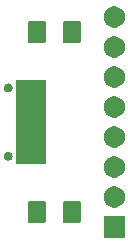
<source format=gbr>
G04 #@! TF.GenerationSoftware,KiCad,Pcbnew,(5.1.5-0-10_14)*
G04 #@! TF.CreationDate,2020-01-05T23:21:06-06:00*
G04 #@! TF.ProjectId,usb-c,7573622d-632e-46b6-9963-61645f706362,rev?*
G04 #@! TF.SameCoordinates,Original*
G04 #@! TF.FileFunction,Soldermask,Top*
G04 #@! TF.FilePolarity,Negative*
%FSLAX46Y46*%
G04 Gerber Fmt 4.6, Leading zero omitted, Abs format (unit mm)*
G04 Created by KiCad (PCBNEW (5.1.5-0-10_14)) date 2020-01-05 23:21:06*
%MOMM*%
%LPD*%
G04 APERTURE LIST*
%ADD10C,0.100000*%
G04 APERTURE END LIST*
D10*
G36*
X134251000Y-164731000D02*
G01*
X132449000Y-164731000D01*
X132449000Y-162929000D01*
X134251000Y-162929000D01*
X134251000Y-164731000D01*
G37*
G36*
X127395562Y-161638181D02*
G01*
X127430481Y-161648774D01*
X127462663Y-161665976D01*
X127490873Y-161689127D01*
X127514024Y-161717337D01*
X127531226Y-161749519D01*
X127541819Y-161784438D01*
X127546000Y-161826895D01*
X127546000Y-163293105D01*
X127541819Y-163335562D01*
X127531226Y-163370481D01*
X127514024Y-163402663D01*
X127490873Y-163430873D01*
X127462663Y-163454024D01*
X127430481Y-163471226D01*
X127395562Y-163481819D01*
X127353105Y-163486000D01*
X126211895Y-163486000D01*
X126169438Y-163481819D01*
X126134519Y-163471226D01*
X126102337Y-163454024D01*
X126074127Y-163430873D01*
X126050976Y-163402663D01*
X126033774Y-163370481D01*
X126023181Y-163335562D01*
X126019000Y-163293105D01*
X126019000Y-161826895D01*
X126023181Y-161784438D01*
X126033774Y-161749519D01*
X126050976Y-161717337D01*
X126074127Y-161689127D01*
X126102337Y-161665976D01*
X126134519Y-161648774D01*
X126169438Y-161638181D01*
X126211895Y-161634000D01*
X127353105Y-161634000D01*
X127395562Y-161638181D01*
G37*
G36*
X130370562Y-161638181D02*
G01*
X130405481Y-161648774D01*
X130437663Y-161665976D01*
X130465873Y-161689127D01*
X130489024Y-161717337D01*
X130506226Y-161749519D01*
X130516819Y-161784438D01*
X130521000Y-161826895D01*
X130521000Y-163293105D01*
X130516819Y-163335562D01*
X130506226Y-163370481D01*
X130489024Y-163402663D01*
X130465873Y-163430873D01*
X130437663Y-163454024D01*
X130405481Y-163471226D01*
X130370562Y-163481819D01*
X130328105Y-163486000D01*
X129186895Y-163486000D01*
X129144438Y-163481819D01*
X129109519Y-163471226D01*
X129077337Y-163454024D01*
X129049127Y-163430873D01*
X129025976Y-163402663D01*
X129008774Y-163370481D01*
X128998181Y-163335562D01*
X128994000Y-163293105D01*
X128994000Y-161826895D01*
X128998181Y-161784438D01*
X129008774Y-161749519D01*
X129025976Y-161717337D01*
X129049127Y-161689127D01*
X129077337Y-161665976D01*
X129109519Y-161648774D01*
X129144438Y-161638181D01*
X129186895Y-161634000D01*
X130328105Y-161634000D01*
X130370562Y-161638181D01*
G37*
G36*
X133463512Y-160393927D02*
G01*
X133612812Y-160423624D01*
X133776784Y-160491544D01*
X133924354Y-160590147D01*
X134049853Y-160715646D01*
X134148456Y-160863216D01*
X134216376Y-161027188D01*
X134251000Y-161201259D01*
X134251000Y-161378741D01*
X134216376Y-161552812D01*
X134148456Y-161716784D01*
X134049853Y-161864354D01*
X133924354Y-161989853D01*
X133776784Y-162088456D01*
X133612812Y-162156376D01*
X133463512Y-162186073D01*
X133438742Y-162191000D01*
X133261258Y-162191000D01*
X133236488Y-162186073D01*
X133087188Y-162156376D01*
X132923216Y-162088456D01*
X132775646Y-161989853D01*
X132650147Y-161864354D01*
X132551544Y-161716784D01*
X132483624Y-161552812D01*
X132449000Y-161378741D01*
X132449000Y-161201259D01*
X132483624Y-161027188D01*
X132551544Y-160863216D01*
X132650147Y-160715646D01*
X132775646Y-160590147D01*
X132923216Y-160491544D01*
X133087188Y-160423624D01*
X133236488Y-160393927D01*
X133261258Y-160389000D01*
X133438742Y-160389000D01*
X133463512Y-160393927D01*
G37*
G36*
X133463512Y-157853927D02*
G01*
X133612812Y-157883624D01*
X133776784Y-157951544D01*
X133924354Y-158050147D01*
X134049853Y-158175646D01*
X134148456Y-158323216D01*
X134216376Y-158487188D01*
X134251000Y-158661259D01*
X134251000Y-158838741D01*
X134216376Y-159012812D01*
X134148456Y-159176784D01*
X134049853Y-159324354D01*
X133924354Y-159449853D01*
X133776784Y-159548456D01*
X133612812Y-159616376D01*
X133463512Y-159646073D01*
X133438742Y-159651000D01*
X133261258Y-159651000D01*
X133236488Y-159646073D01*
X133087188Y-159616376D01*
X132923216Y-159548456D01*
X132775646Y-159449853D01*
X132650147Y-159324354D01*
X132551544Y-159176784D01*
X132483624Y-159012812D01*
X132449000Y-158838741D01*
X132449000Y-158661259D01*
X132483624Y-158487188D01*
X132551544Y-158323216D01*
X132650147Y-158175646D01*
X132775646Y-158050147D01*
X132923216Y-157951544D01*
X133087188Y-157883624D01*
X133236488Y-157853927D01*
X133261258Y-157849000D01*
X133438742Y-157849000D01*
X133463512Y-157853927D01*
G37*
G36*
X127581000Y-158516000D02*
G01*
X125029000Y-158516000D01*
X125029000Y-151364000D01*
X127581000Y-151364000D01*
X127581000Y-158516000D01*
G37*
G36*
X124469672Y-157468449D02*
G01*
X124469674Y-157468450D01*
X124469675Y-157468450D01*
X124538103Y-157496793D01*
X124599686Y-157537942D01*
X124652058Y-157590314D01*
X124693207Y-157651897D01*
X124721550Y-157720325D01*
X124736000Y-157792967D01*
X124736000Y-157867033D01*
X124721550Y-157939675D01*
X124693207Y-158008103D01*
X124652058Y-158069686D01*
X124599686Y-158122058D01*
X124538103Y-158163207D01*
X124469675Y-158191550D01*
X124469674Y-158191550D01*
X124469672Y-158191551D01*
X124397034Y-158206000D01*
X124322966Y-158206000D01*
X124250328Y-158191551D01*
X124250326Y-158191550D01*
X124250325Y-158191550D01*
X124181897Y-158163207D01*
X124120314Y-158122058D01*
X124067942Y-158069686D01*
X124026793Y-158008103D01*
X123998450Y-157939675D01*
X123984000Y-157867033D01*
X123984000Y-157792967D01*
X123998450Y-157720325D01*
X124026793Y-157651897D01*
X124067942Y-157590314D01*
X124120314Y-157537942D01*
X124181897Y-157496793D01*
X124250325Y-157468450D01*
X124250326Y-157468450D01*
X124250328Y-157468449D01*
X124322966Y-157454000D01*
X124397034Y-157454000D01*
X124469672Y-157468449D01*
G37*
G36*
X133463512Y-155313927D02*
G01*
X133612812Y-155343624D01*
X133776784Y-155411544D01*
X133924354Y-155510147D01*
X134049853Y-155635646D01*
X134148456Y-155783216D01*
X134216376Y-155947188D01*
X134251000Y-156121259D01*
X134251000Y-156298741D01*
X134216376Y-156472812D01*
X134148456Y-156636784D01*
X134049853Y-156784354D01*
X133924354Y-156909853D01*
X133776784Y-157008456D01*
X133612812Y-157076376D01*
X133463512Y-157106073D01*
X133438742Y-157111000D01*
X133261258Y-157111000D01*
X133236488Y-157106073D01*
X133087188Y-157076376D01*
X132923216Y-157008456D01*
X132775646Y-156909853D01*
X132650147Y-156784354D01*
X132551544Y-156636784D01*
X132483624Y-156472812D01*
X132449000Y-156298741D01*
X132449000Y-156121259D01*
X132483624Y-155947188D01*
X132551544Y-155783216D01*
X132650147Y-155635646D01*
X132775646Y-155510147D01*
X132923216Y-155411544D01*
X133087188Y-155343624D01*
X133236488Y-155313927D01*
X133261258Y-155309000D01*
X133438742Y-155309000D01*
X133463512Y-155313927D01*
G37*
G36*
X133463512Y-152773927D02*
G01*
X133612812Y-152803624D01*
X133776784Y-152871544D01*
X133924354Y-152970147D01*
X134049853Y-153095646D01*
X134148456Y-153243216D01*
X134216376Y-153407188D01*
X134251000Y-153581259D01*
X134251000Y-153758741D01*
X134216376Y-153932812D01*
X134148456Y-154096784D01*
X134049853Y-154244354D01*
X133924354Y-154369853D01*
X133776784Y-154468456D01*
X133612812Y-154536376D01*
X133463512Y-154566073D01*
X133438742Y-154571000D01*
X133261258Y-154571000D01*
X133236488Y-154566073D01*
X133087188Y-154536376D01*
X132923216Y-154468456D01*
X132775646Y-154369853D01*
X132650147Y-154244354D01*
X132551544Y-154096784D01*
X132483624Y-153932812D01*
X132449000Y-153758741D01*
X132449000Y-153581259D01*
X132483624Y-153407188D01*
X132551544Y-153243216D01*
X132650147Y-153095646D01*
X132775646Y-152970147D01*
X132923216Y-152871544D01*
X133087188Y-152803624D01*
X133236488Y-152773927D01*
X133261258Y-152769000D01*
X133438742Y-152769000D01*
X133463512Y-152773927D01*
G37*
G36*
X124469672Y-151688449D02*
G01*
X124469674Y-151688450D01*
X124469675Y-151688450D01*
X124538103Y-151716793D01*
X124599686Y-151757942D01*
X124652058Y-151810314D01*
X124693207Y-151871897D01*
X124721550Y-151940325D01*
X124736000Y-152012967D01*
X124736000Y-152087033D01*
X124721550Y-152159675D01*
X124693207Y-152228103D01*
X124652058Y-152289686D01*
X124599686Y-152342058D01*
X124538103Y-152383207D01*
X124469675Y-152411550D01*
X124469674Y-152411550D01*
X124469672Y-152411551D01*
X124397034Y-152426000D01*
X124322966Y-152426000D01*
X124250328Y-152411551D01*
X124250326Y-152411550D01*
X124250325Y-152411550D01*
X124181897Y-152383207D01*
X124120314Y-152342058D01*
X124067942Y-152289686D01*
X124026793Y-152228103D01*
X123998450Y-152159675D01*
X123984000Y-152087033D01*
X123984000Y-152012967D01*
X123998450Y-151940325D01*
X124026793Y-151871897D01*
X124067942Y-151810314D01*
X124120314Y-151757942D01*
X124181897Y-151716793D01*
X124250325Y-151688450D01*
X124250326Y-151688450D01*
X124250328Y-151688449D01*
X124322966Y-151674000D01*
X124397034Y-151674000D01*
X124469672Y-151688449D01*
G37*
G36*
X133463512Y-150233927D02*
G01*
X133612812Y-150263624D01*
X133776784Y-150331544D01*
X133924354Y-150430147D01*
X134049853Y-150555646D01*
X134148456Y-150703216D01*
X134216376Y-150867188D01*
X134251000Y-151041259D01*
X134251000Y-151218741D01*
X134216376Y-151392812D01*
X134148456Y-151556784D01*
X134049853Y-151704354D01*
X133924354Y-151829853D01*
X133776784Y-151928456D01*
X133612812Y-151996376D01*
X133463512Y-152026073D01*
X133438742Y-152031000D01*
X133261258Y-152031000D01*
X133236488Y-152026073D01*
X133087188Y-151996376D01*
X132923216Y-151928456D01*
X132775646Y-151829853D01*
X132650147Y-151704354D01*
X132551544Y-151556784D01*
X132483624Y-151392812D01*
X132449000Y-151218741D01*
X132449000Y-151041259D01*
X132483624Y-150867188D01*
X132551544Y-150703216D01*
X132650147Y-150555646D01*
X132775646Y-150430147D01*
X132923216Y-150331544D01*
X133087188Y-150263624D01*
X133236488Y-150233927D01*
X133261258Y-150229000D01*
X133438742Y-150229000D01*
X133463512Y-150233927D01*
G37*
G36*
X133463512Y-147693927D02*
G01*
X133612812Y-147723624D01*
X133776784Y-147791544D01*
X133924354Y-147890147D01*
X134049853Y-148015646D01*
X134148456Y-148163216D01*
X134216376Y-148327188D01*
X134251000Y-148501259D01*
X134251000Y-148678741D01*
X134216376Y-148852812D01*
X134148456Y-149016784D01*
X134049853Y-149164354D01*
X133924354Y-149289853D01*
X133776784Y-149388456D01*
X133612812Y-149456376D01*
X133463512Y-149486073D01*
X133438742Y-149491000D01*
X133261258Y-149491000D01*
X133236488Y-149486073D01*
X133087188Y-149456376D01*
X132923216Y-149388456D01*
X132775646Y-149289853D01*
X132650147Y-149164354D01*
X132551544Y-149016784D01*
X132483624Y-148852812D01*
X132449000Y-148678741D01*
X132449000Y-148501259D01*
X132483624Y-148327188D01*
X132551544Y-148163216D01*
X132650147Y-148015646D01*
X132775646Y-147890147D01*
X132923216Y-147791544D01*
X133087188Y-147723624D01*
X133236488Y-147693927D01*
X133261258Y-147689000D01*
X133438742Y-147689000D01*
X133463512Y-147693927D01*
G37*
G36*
X127395562Y-146398181D02*
G01*
X127430481Y-146408774D01*
X127462663Y-146425976D01*
X127490873Y-146449127D01*
X127514024Y-146477337D01*
X127531226Y-146509519D01*
X127541819Y-146544438D01*
X127546000Y-146586895D01*
X127546000Y-148053105D01*
X127541819Y-148095562D01*
X127531226Y-148130481D01*
X127514024Y-148162663D01*
X127490873Y-148190873D01*
X127462663Y-148214024D01*
X127430481Y-148231226D01*
X127395562Y-148241819D01*
X127353105Y-148246000D01*
X126211895Y-148246000D01*
X126169438Y-148241819D01*
X126134519Y-148231226D01*
X126102337Y-148214024D01*
X126074127Y-148190873D01*
X126050976Y-148162663D01*
X126033774Y-148130481D01*
X126023181Y-148095562D01*
X126019000Y-148053105D01*
X126019000Y-146586895D01*
X126023181Y-146544438D01*
X126033774Y-146509519D01*
X126050976Y-146477337D01*
X126074127Y-146449127D01*
X126102337Y-146425976D01*
X126134519Y-146408774D01*
X126169438Y-146398181D01*
X126211895Y-146394000D01*
X127353105Y-146394000D01*
X127395562Y-146398181D01*
G37*
G36*
X130370562Y-146398181D02*
G01*
X130405481Y-146408774D01*
X130437663Y-146425976D01*
X130465873Y-146449127D01*
X130489024Y-146477337D01*
X130506226Y-146509519D01*
X130516819Y-146544438D01*
X130521000Y-146586895D01*
X130521000Y-148053105D01*
X130516819Y-148095562D01*
X130506226Y-148130481D01*
X130489024Y-148162663D01*
X130465873Y-148190873D01*
X130437663Y-148214024D01*
X130405481Y-148231226D01*
X130370562Y-148241819D01*
X130328105Y-148246000D01*
X129186895Y-148246000D01*
X129144438Y-148241819D01*
X129109519Y-148231226D01*
X129077337Y-148214024D01*
X129049127Y-148190873D01*
X129025976Y-148162663D01*
X129008774Y-148130481D01*
X128998181Y-148095562D01*
X128994000Y-148053105D01*
X128994000Y-146586895D01*
X128998181Y-146544438D01*
X129008774Y-146509519D01*
X129025976Y-146477337D01*
X129049127Y-146449127D01*
X129077337Y-146425976D01*
X129109519Y-146408774D01*
X129144438Y-146398181D01*
X129186895Y-146394000D01*
X130328105Y-146394000D01*
X130370562Y-146398181D01*
G37*
G36*
X133463512Y-145153927D02*
G01*
X133612812Y-145183624D01*
X133776784Y-145251544D01*
X133924354Y-145350147D01*
X134049853Y-145475646D01*
X134148456Y-145623216D01*
X134216376Y-145787188D01*
X134251000Y-145961259D01*
X134251000Y-146138741D01*
X134216376Y-146312812D01*
X134148456Y-146476784D01*
X134049853Y-146624354D01*
X133924354Y-146749853D01*
X133776784Y-146848456D01*
X133612812Y-146916376D01*
X133463512Y-146946073D01*
X133438742Y-146951000D01*
X133261258Y-146951000D01*
X133236488Y-146946073D01*
X133087188Y-146916376D01*
X132923216Y-146848456D01*
X132775646Y-146749853D01*
X132650147Y-146624354D01*
X132551544Y-146476784D01*
X132483624Y-146312812D01*
X132449000Y-146138741D01*
X132449000Y-145961259D01*
X132483624Y-145787188D01*
X132551544Y-145623216D01*
X132650147Y-145475646D01*
X132775646Y-145350147D01*
X132923216Y-145251544D01*
X133087188Y-145183624D01*
X133236488Y-145153927D01*
X133261258Y-145149000D01*
X133438742Y-145149000D01*
X133463512Y-145153927D01*
G37*
M02*

</source>
